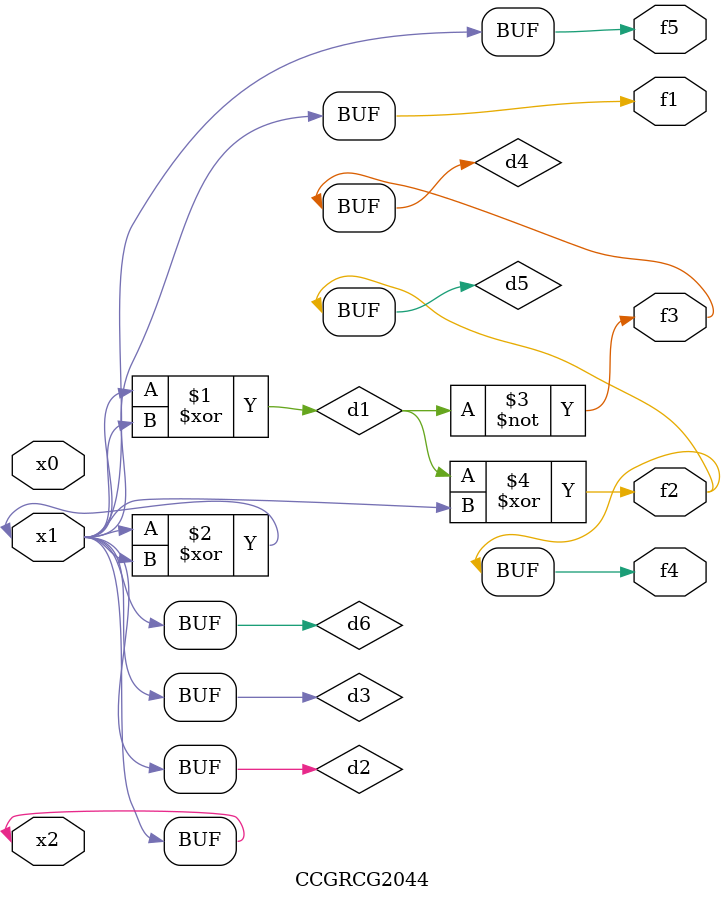
<source format=v>
module CCGRCG2044(
	input x0, x1, x2,
	output f1, f2, f3, f4, f5
);

	wire d1, d2, d3, d4, d5, d6;

	xor (d1, x1, x2);
	buf (d2, x1, x2);
	xor (d3, x1, x2);
	nor (d4, d1);
	xor (d5, d1, d2);
	buf (d6, d2, d3);
	assign f1 = d6;
	assign f2 = d5;
	assign f3 = d4;
	assign f4 = d5;
	assign f5 = d6;
endmodule

</source>
